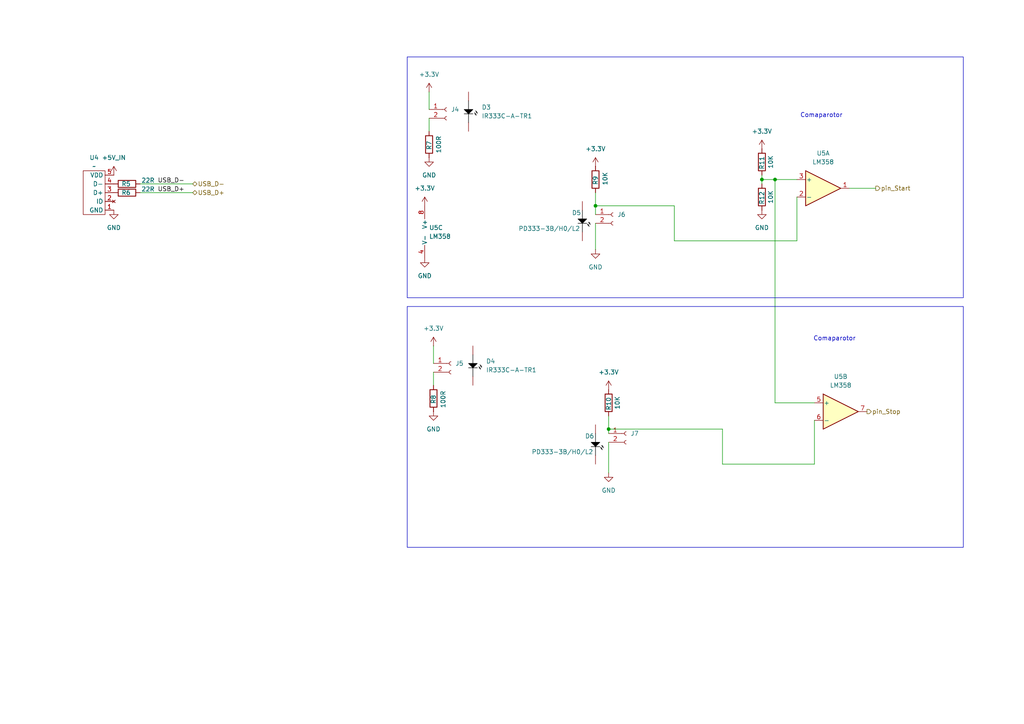
<source format=kicad_sch>
(kicad_sch (version 20250114) (generator "eeschema") (generator_version "9.0")
  (paper "A4")
  (lib_symbols
    (symbol "Connector:Conn_01x02_Socket" (pin_names (offset 1.016) (hide yes))
      (property "Reference" "J" (at 0 2.54 0))
      (property "Value" "Conn_01x02_Socket" (at 0 -5.08 0))
      (symbol "Conn_01x02_Socket_1_1"
        (polyline (pts (xy -1.27 0) (xy -0.508 0)) (stroke (width 0.1524)))
        (polyline (pts (xy -1.27 -2.54) (xy -0.508 -2.54)) (stroke (width 0.1524)))
        (arc (start 0 -0.508) (mid -0.5058 0) (end 0 0.508) (stroke (width 0.1524)))
        (arc (start 0 -3.048) (mid -0.5058 -2.54) (end 0 -2.032) (stroke (width 0.1524)))
        (pin passive line (at -5.08 0 0) (length 3.81) (name "Pin_1") (number "1"))
        (pin passive line (at -5.08 -2.54 0) (length 3.81) (name "Pin_2") (number "2"))
      )
    )
    (symbol "Device:R" (pin_numbers (hide yes)) (pin_names (offset 0))
      (property "Reference" "R" (at 2.032 0 90))
      (property "Value" "R" (at 0 0 90))
      (symbol "R_0_1"
        (rectangle (start -1.016 -2.54) (end 1.016 2.54) (stroke (width 0.254)))
      )
      (symbol "R_1_1"
        (pin passive line (at 0 3.81 270) (length 1.27) (name "~") (number "1"))
        (pin passive line (at 0 -3.81 90) (length 1.27) (name "~") (number "2"))
      )
    )
    (symbol "WS_Custom:LM358" (pin_names (offset 0.127))
      (property "Reference" "U3" (at 0 10.16 0))
      (property "Value" "LM358" (at 0 7.62 0))
      (symbol "LM358_1_1"
        (polyline (pts (xy -5.08 5.08) (xy 5.08 0) (xy -5.08 -5.08) (xy -5.08 5.08)) (stroke (width 0.254)) (fill (type background)))
        (pin input line (at -7.62 2.54 0) (length 2.54) (name "+") (number "3"))
        (pin input line (at -7.62 -2.54 0) (length 2.54) (name "-") (number "2"))
        (pin output line (at 7.62 0 180) (length 2.54) (name "~") (number "1"))
      )
      (symbol "LM358_2_1"
        (polyline (pts (xy -5.08 5.08) (xy 5.08 0) (xy -5.08 -5.08) (xy -5.08 5.08)) (stroke (width 0.254)) (fill (type background)))
        (pin input line (at -7.62 2.54 0) (length 2.54) (name "+") (number "5"))
        (pin input line (at -7.62 -2.54 0) (length 2.54) (name "-") (number "6"))
        (pin output line (at 7.62 0 180) (length 2.54) (name "~") (number "7"))
      )
      (symbol "LM358_3_1"
        (pin power_in line (at -2.54 7.62 270) (length 3.81) (name "V+") (number "8"))
        (pin power_in line (at -2.54 -7.62 90) (length 3.81) (name "V-") (number "4"))
      )
    )
    (symbol "WS_Custom:USB Micro_Pololu_2586"
      (property "Reference" "U" (at 4.064 1.778 0))
      (symbol "USB Micro_Pololu_2586_0_1"
        (rectangle (start 2.54 0) (end 8.89 -12.7))
      )
      (symbol "USB Micro_Pololu_2586_1_1"
        (pin power_in line (at 0 -1.27 0) (length 2.54) (name "GND") (number "1"))
        (pin no_connect line (at 0 -3.81 0) (length 2.54) (name "ID") (number "2"))
        (pin bidirectional line (at 0 -6.35 0) (length 2.54) (name "D+") (number "3"))
        (pin bidirectional line (at 0 -8.89 0) (length 2.54) (name "D-") (number "4"))
        (pin power_in line (at 0 -11.43 0) (length 2.54) (name "VDD") (number "5"))
      )
    )
    (symbol "WS_Everlight:IR333C-A-TR1" (pin_numbers (hide yes)) (pin_names (hide yes))
      (property "Reference" "D" (at 0 0 0))
      (property "Value" "IR333C-A-TR1" (at 0 0 0))
      (symbol "IR333C-A-TR1_0_1"
        (polyline (pts (xy 3.81 -3.81) (xy 2.54 -2.54) (xy 2.54 -5.08) (xy 3.81 -3.81)) (stroke (width 0) (color 0 0 0 1)) (fill (type color) (color 0 0 0 1)))
      )
      (symbol "IR333C-A-TR1_1_1"
        (polyline (pts (xy 2.9169 -1.7688) (xy 3.2481 -1.3775) (xy 3.2782 -1.6484) (xy 3.5792 -1.2571) (xy 3.5892 -1.3875)) (stroke (width 0) (color 0 0 0 1)))
        (polyline (pts (xy 3.4788 -2.0999) (xy 3.81 -1.7086) (xy 3.8401 -1.9795) (xy 4.1411 -1.5882) (xy 4.1511 -1.7186)) (stroke (width 0) (color 0 0 0 1)))
        (polyline (pts (xy 3.5892 -1.2471) (xy 3.4588 -1.2671)) (stroke (width 0) (color 0 0 0 1)))
        (polyline (pts (xy 3.81 -2.54) (xy 3.81 -5.08)) (stroke (width 0) (color 0 0 0 1)))
        (polyline (pts (xy 4.1511 -1.5782) (xy 4.0207 -1.5982)) (stroke (width 0) (color 0 0 0 1)))
        (polyline (pts (xy 6.35 -3.81) (xy 0 -3.81)) (stroke (width 0) (color 0 0 0 1)))
        (pin passive line (at -2.54 -3.81 0) (length 2.54) (name "A") (number "1"))
        (pin passive line (at 8.89 -3.81 180) (length 2.54) (name "K") (number "2"))
      )
    )
    (symbol "WS_Everlight:PD333-3B/H0/L2" (pin_numbers (hide yes)) (pin_names (hide yes))
      (property "Reference" "D" (at 0 0 0))
      (property "Value" "PD333-3B/H0/L2" (at 0 0 0))
      (symbol "PD333-3B/H0/L2_0_1"
        (polyline (pts (xy 3.81 -3.81) (xy 2.54 -2.54) (xy 2.54 -5.08) (xy 3.81 -3.81)) (stroke (width 0) (color 0 0 0 1)) (fill (type color) (color 0 0 0 1)))
      )
      (symbol "PD333-3B/H0/L2_1_1"
        (polyline (pts (xy 3.4883 -1.9859) (xy 3.6187 -1.9659)) (stroke (width 0) (color 0 0 0 1)))
        (polyline (pts (xy 3.81 -2.54) (xy 3.81 -5.08)) (stroke (width 0) (color 0 0 0 1)))
        (polyline (pts (xy 4.0502 -2.317) (xy 4.1806 -2.297)) (stroke (width 0) (color 0 0 0 1)))
        (polyline (pts (xy 4.1606 -1.4642) (xy 3.8294 -1.8555) (xy 3.7993 -1.5846) (xy 3.4983 -1.9759) (xy 3.4883 -1.8455)) (stroke (width 0) (color 0 0 0 1)))
        (polyline (pts (xy 4.7225 -1.7953) (xy 4.3913 -2.1866) (xy 4.3612 -1.9157) (xy 4.0602 -2.307) (xy 4.0502 -2.1766)) (stroke (width 0) (color 0 0 0 1)))
        (polyline (pts (xy 6.35 -3.81) (xy 0 -3.81)) (stroke (width 0) (color 0 0 0 1)))
        (pin passive line (at -2.54 -3.81 0) (length 2.54) (name "A") (number "1"))
        (pin passive line (at 8.89 -3.81 180) (length 2.54) (name "K") (number "2"))
      )
    )
    (symbol "power:+3.3V" (power) (pin_numbers (hide yes)) (pin_names (offset 0) (hide yes))
      (property "Value" "+3.3V" (at 0 3.556 0))
      (symbol "+3.3V_0_1"
        (polyline (pts (xy -0.762 1.27) (xy 0 2.54)))
        (polyline (pts (xy 0 2.54) (xy 0.762 1.27)))
        (polyline (pts (xy 0 0) (xy 0 2.54)))
      )
      (symbol "+3.3V_1_1"
        (pin power_in line (at 0 0 90) (length 0) (name "~") (number "1"))
      )
    )
    (symbol "power:+5V" (power) (pin_numbers (hide yes)) (pin_names (offset 0) (hide yes))
      (property "Value" "+5V" (at 0 3.556 0))
      (symbol "+5V_0_1"
        (polyline (pts (xy -0.762 1.27) (xy 0 2.54)))
        (polyline (pts (xy 0 2.54) (xy 0.762 1.27)))
        (polyline (pts (xy 0 0) (xy 0 2.54)))
      )
      (symbol "+5V_1_1"
        (pin power_in line (at 0 0 90) (length 0) (name "~") (number "1"))
      )
    )
    (symbol "power:GND" (power) (pin_numbers (hide yes)) (pin_names (offset 0) (hide yes))
      (property "Value" "GND" (at 0 -3.81 0))
      (symbol "GND_0_1"
        (polyline (pts (xy 0 0) (xy 0 -1.27) (xy 1.27 -1.27) (xy 0 -2.54) (xy -1.27 -1.27) (xy 0 -1.27)))
      )
      (symbol "GND_1_1"
        (pin power_in line (at 0 0 270) (length 0) (name "~") (number "1"))
      )
    )
  )
  (rectangle (start 118.11 16.51) (end 279.4 86.36))
  (rectangle (start 118.11 88.9) (end 279.4 158.75))
  (text "Comaparotor" (at 242.062 98.298 0) (effects (font (size 1.27 1.27))))
  (text "Comaparotor" (at 238.252 33.528 0) (effects (font (size 1.27 1.27))))
  (junction (at 176.53 124.46))
  (junction (at 224.79 52.07))
  (junction (at 172.72 59.69))
  (junction (at 220.98 52.07))
  (wire (pts (xy 220.98 50.8) (xy 220.98 52.07)))
  (wire (pts (xy 125.73 100.33) (xy 125.73 105.41)))
  (wire (pts (xy 224.79 116.84) (xy 236.22 116.84)))
  (wire (pts (xy 220.98 52.07) (xy 220.98 53.34)))
  (wire (pts (xy 172.72 59.69) (xy 195.58 59.69)))
  (wire (pts (xy 236.22 121.92) (xy 236.22 134.62)))
  (wire (pts (xy 124.46 26.67) (xy 124.46 31.75)))
  (wire (pts (xy 124.46 34.29) (xy 124.46 38.1)))
  (wire (pts (xy 172.72 59.69) (xy 172.72 62.23)))
  (wire (pts (xy 209.55 134.62) (xy 236.22 134.62)))
  (wire (pts (xy 209.55 134.62) (xy 209.55 124.46)))
  (wire (pts (xy 220.98 52.07) (xy 224.79 52.07)))
  (wire (pts (xy 40.64 55.88) (xy 55.88 55.88)))
  (wire (pts (xy 231.14 69.85) (xy 231.14 57.15)))
  (wire (pts (xy 176.53 124.46) (xy 176.53 125.73)))
  (wire (pts (xy 246.38 54.61) (xy 254 54.61)))
  (wire (pts (xy 172.72 55.88) (xy 172.72 59.69)))
  (wire (pts (xy 125.73 107.95) (xy 125.73 111.76)))
  (wire (pts (xy 176.53 128.27) (xy 176.53 137.16)))
  (wire (pts (xy 172.72 64.77) (xy 172.72 72.39)))
  (wire (pts (xy 195.58 69.85) (xy 195.58 59.69)))
  (wire (pts (xy 176.53 124.46) (xy 209.55 124.46)))
  (wire (pts (xy 224.79 52.07) (xy 231.14 52.07)))
  (wire (pts (xy 224.79 116.84) (xy 224.79 52.07)))
  (wire (pts (xy 40.64 53.34) (xy 55.88 53.34)))
  (wire (pts (xy 176.53 120.65) (xy 176.53 124.46)))
  (wire (pts (xy 195.58 69.85) (xy 231.14 69.85)))
  (label "USB_D-" (at 45.72 53.34 0))
  (label "USB_D+" (at 45.72 55.88 0))
  (hierarchical_label "USB_D-" (shape bidirectional) (at 55.88 53.34 0))
  (hierarchical_label "pin_Start" (shape output) (at 254 54.61 0))
  (hierarchical_label "USB_D+" (shape bidirectional) (at 55.88 55.88 0))
  (hierarchical_label "pin_Stop" (shape output) (at 251.46 119.38 0))
  (symbol (lib_id "Device:R") (at 176.53 116.84 180) (unit 1)
    (property "Reference" "R10" (at 176.53 117.094 90))
    (property "Value" "10K" (at 179.07 116.84 90))
    (property "Footprint" "Resistor_SMD:R_0603_1608Metric_Pad0.98x0.95mm_HandSolder" (effects (hide yes)))
    (property "Description" "Resistor" (effects (hide yes)))
  )
  (symbol (lib_id "WS_Custom:USB Micro_Pololu_2586") (at 33.02 62.23 180) (unit 1)
    (property "Reference" "U4" (at 27.305 45.72 0))
    (property "Value" "~" (at 27.305 48.26 0))
    (property "Footprint" "WS_Custom:USB Micro_Pololu_2586" (effects (hide yes)))
  )
  (symbol (lib_id "Connector:Conn_01x02_Socket") (at 181.61 125.73 0) (unit 1)
    (property "Reference" "J7" (at 182.88 125.7299 0) (effects (justify left)))
    (property "Value" "Conn_01x02_Socket" (effects (hide yes)))
    (property "Footprint" "WS_Connectors:SIP-2_2.0" (effects (hide yes)))
    (property "Description" "Generic connector, single row, 01x02, script generated" (effects (hide yes)))
  )
  (symbol (lib_id "power:GND") (at 124.46 45.72 0) (unit 1)
    (property "Reference" "#PWR020" (effects (hide yes)))
    (property "Value" "GND" (at 124.46 50.8 0))
    (property "Description" "Power symbol creates a global label with name \"GND\" , ground" (effects (hide yes)))
  )
  (symbol (lib_id "Device:R") (at 220.98 46.99 180) (unit 1)
    (property "Reference" "R11" (at 220.98 47.244 90))
    (property "Value" "10K" (at 223.52 46.99 90))
    (property "Footprint" "Resistor_SMD:R_0603_1608Metric_Pad0.98x0.95mm_HandSolder" (effects (hide yes)))
    (property "Description" "Resistor" (effects (hide yes)))
  )
  (symbol (lib_id "Connector:Conn_01x02_Socket") (at 129.54 31.75 0) (unit 1)
    (property "Reference" "J4" (at 130.81 31.7499 0) (effects (justify left)))
    (property "Value" "Conn_01x02_Socket" (effects (hide yes)))
    (property "Footprint" "WS_Connectors:SIP-2_2.0" (effects (hide yes)))
    (property "Description" "Generic connector, single row, 01x02, script generated" (effects (hide yes)))
  )
  (symbol (lib_id "power:GND") (at 220.98 60.96 0) (unit 1)
    (property "Reference" "#PWR028" (effects (hide yes)))
    (property "Value" "GND" (at 220.98 66.04 0))
    (property "Description" "Power symbol creates a global label with name \"GND\" , ground" (effects (hide yes)))
  )
  (symbol (lib_id "Device:R") (at 220.98 57.15 180) (unit 1)
    (property "Reference" "R12" (at 220.98 57.404 90))
    (property "Value" "10K" (at 223.52 57.15 90))
    (property "Footprint" "Resistor_SMD:R_0603_1608Metric_Pad0.98x0.95mm_HandSolder" (effects (hide yes)))
    (property "Description" "Resistor" (effects (hide yes)))
  )
  (symbol (lib_id "power:GND") (at 33.02 60.96 0) (unit 1)
    (property "Reference" "#PWR016" (effects (hide yes)))
    (property "Value" "GND" (at 33.02 66.04 0))
    (property "Description" "Power symbol creates a global label with name \"GND\" , ground" (effects (hide yes)))
  )
  (symbol (lib_id "power:+3.3V") (at 172.72 48.26 0) (unit 1)
    (property "Reference" "#PWR023" (effects (hide yes)))
    (property "Value" "+3.3V" (at 172.72 43.18 0))
    (property "Description" "Power symbol creates a global label with name \"+3.3V\"" (effects (hide yes)))
  )
  (symbol (lib_id "power:GND") (at 125.73 119.38 0) (unit 1)
    (property "Reference" "#PWR022" (effects (hide yes)))
    (property "Value" "GND" (at 125.73 124.46 0))
    (property "Description" "Power symbol creates a global label with name \"GND\" , ground" (effects (hide yes)))
  )
  (symbol (lib_id "WS_Everlight:PD333-3B/H0/L2") (at 176.53 125.73 270) (unit 1) (on_board no)
    (property "Reference" "D6" (at 169.672 126.492 90) (effects (justify left)))
    (property "Value" "PD333-3B/H0/L2" (at 154.178 131.064 90) (effects (justify left)))
  )
  (symbol (lib_id "WS_Custom:LM358") (at 238.76 54.61 0) (unit 1)
    (property "Reference" "U5" (at 238.76 44.45 0))
    (property "Value" "LM358" (at 238.76 46.99 0))
    (property "Footprint" "Package_DIP:DIP-8_W7.62mm_LongPads" (effects (hide yes)))
    (property "Datasheet" "www.st.com/resource/en/datasheet/lm358.pdf" (effects (hide yes)))
    (property "Description" "Low-Power, Dual Operational Amplifiers, DFN-8" (effects (hide yes)))
  )
  (symbol (lib_id "WS_Everlight:PD333-3B/H0/L2") (at 172.72 60.96 270) (unit 1) (on_board no)
    (property "Reference" "D5" (at 165.862 61.722 90) (effects (justify left)))
    (property "Value" "PD333-3B/H0/L2" (at 150.368 66.294 90) (effects (justify left)))
  )
  (symbol (lib_id "power:+3.3V") (at 125.73 100.33 0) (unit 1)
    (property "Reference" "#PWR021" (effects (hide yes)))
    (property "Value" "+3.3V" (at 125.73 95.25 0))
    (property "Description" "Power symbol creates a global label with name \"+3.3V\"" (effects (hide yes)))
  )
  (symbol (lib_id "power:+3.3V") (at 176.53 113.03 0) (unit 1)
    (property "Reference" "#PWR025" (effects (hide yes)))
    (property "Value" "+3.3V" (at 176.53 107.95 0))
    (property "Description" "Power symbol creates a global label with name \"+3.3V\"" (effects (hide yes)))
  )
  (symbol (lib_id "Connector:Conn_01x02_Socket") (at 177.8 62.23 0) (unit 1)
    (property "Reference" "J6" (at 179.07 62.2299 0) (effects (justify left)))
    (property "Value" "Conn_01x02_Socket" (effects (hide yes)))
    (property "Footprint" "WS_Connectors:SIP-2_2.0" (effects (hide yes)))
    (property "Description" "Generic connector, single row, 01x02, script generated" (effects (hide yes)))
  )
  (symbol (lib_id "power:GND") (at 123.19 74.93 0) (unit 1)
    (property "Reference" "#PWR018" (effects (hide yes)))
    (property "Value" "GND" (at 123.19 80.01 0))
    (property "Description" "Power symbol creates a global label with name \"GND\" , ground" (effects (hide yes)))
  )
  (symbol (lib_id "Connector:Conn_01x02_Socket") (at 130.81 105.41 0) (unit 1)
    (property "Reference" "J5" (at 132.08 105.4099 0) (effects (justify left)))
    (property "Value" "Conn_01x02_Socket" (effects (hide yes)))
    (property "Footprint" "WS_Connectors:SIP-2_2.0" (effects (hide yes)))
    (property "Description" "Generic connector, single row, 01x02, script generated" (effects (hide yes)))
  )
  (symbol (lib_id "Device:R") (at 36.83 53.34 90) (unit 1)
    (property "Reference" "R5" (at 36.576 53.34 90))
    (property "Value" "22R" (at 42.926 52.324 90))
    (property "Footprint" "Resistor_SMD:R_0603_1608Metric_Pad0.98x0.95mm_HandSolder" (effects (hide yes)))
    (property "Description" "Resistor" (effects (hide yes)))
  )
  (symbol (lib_id "Device:R") (at 124.46 41.91 180) (unit 1)
    (property "Reference" "R7" (at 124.46 42.164 90))
    (property "Value" "100R" (at 127.254 41.91 90))
    (property "Footprint" "Resistor_SMD:R_0603_1608Metric_Pad0.98x0.95mm_HandSolder" (effects (hide yes)))
    (property "Description" "Resistor" (effects (hide yes)))
  )
  (symbol (lib_id "Device:R") (at 125.73 115.57 180) (unit 1)
    (property "Reference" "R8" (at 125.73 115.824 90))
    (property "Value" "100R" (at 128.524 115.824 90))
    (property "Footprint" "Resistor_SMD:R_0603_1608Metric_Pad0.98x0.95mm_HandSolder" (effects (hide yes)))
    (property "Description" "Resistor" (effects (hide yes)))
  )
  (symbol (lib_id "power:+3.3V") (at 124.46 26.67 0) (unit 1)
    (property "Reference" "#PWR019" (effects (hide yes)))
    (property "Value" "+3.3V" (at 124.46 21.59 0))
    (property "Description" "Power symbol creates a global label with name \"+3.3V\"" (effects (hide yes)))
  )
  (symbol (lib_id "power:+3.3V") (at 123.19 59.69 0) (unit 1)
    (property "Reference" "#PWR017" (effects (hide yes)))
    (property "Value" "+3.3V" (at 123.19 54.61 0))
    (property "Description" "Power symbol creates a global label with name \"+3.3V\"" (effects (hide yes)))
  )
  (symbol (lib_id "power:+3.3V") (at 220.98 43.18 0) (unit 1)
    (property "Reference" "#PWR027" (effects (hide yes)))
    (property "Value" "+3.3V" (at 220.98 38.1 0))
    (property "Description" "Power symbol creates a global label with name \"+3.3V\"" (effects (hide yes)))
  )
  (symbol (lib_id "Device:R") (at 172.72 52.07 180) (unit 1)
    (property "Reference" "R9" (at 172.72 52.324 90))
    (property "Value" "10K" (at 175.514 51.816 90))
    (property "Footprint" "Resistor_SMD:R_0603_1608Metric_Pad0.98x0.95mm_HandSolder" (effects (hide yes)))
    (property "Description" "Resistor" (effects (hide yes)))
  )
  (symbol (lib_id "WS_Custom:LM358") (at 243.84 119.38 0) (unit 2)
    (property "Reference" "U5" (at 243.84 109.22 0))
    (property "Value" "LM358" (at 243.84 111.76 0))
    (property "Footprint" "Package_DIP:DIP-8_W7.62mm_LongPads" (effects (hide yes)))
    (property "Datasheet" "www.st.com/resource/en/datasheet/lm358.pdf" (effects (hide yes)))
    (property "Description" "Low-Power, Dual Operational Amplifiers, DFN-8" (effects (hide yes)))
  )
  (symbol (lib_id "power:GND") (at 176.53 137.16 0) (unit 1)
    (property "Reference" "#PWR026" (effects (hide yes)))
    (property "Value" "GND" (at 176.53 142.24 0))
    (property "Description" "Power symbol creates a global label with name \"GND\" , ground" (effects (hide yes)))
  )
  (symbol (lib_id "power:GND") (at 172.72 72.39 0) (unit 1)
    (property "Reference" "#PWR024" (effects (hide yes)))
    (property "Value" "GND" (at 172.72 77.47 0))
    (property "Description" "Power symbol creates a global label with name \"GND\" , ground" (effects (hide yes)))
  )
  (symbol (lib_id "WS_Custom:LM358") (at 125.73 67.31 0) (unit 3)
    (property "Reference" "U5" (at 124.46 66.0399 0) (effects (justify left)))
    (property "Value" "LM358" (at 124.46 68.5799 0) (effects (justify left)))
    (property "Footprint" "Package_DIP:DIP-8_W7.62mm_LongPads" (effects (hide yes)))
    (property "Datasheet" "www.st.com/resource/en/datasheet/lm358.pdf" (effects (hide yes)))
    (property "Description" "Low-Power, Dual Operational Amplifiers, DFN-8" (effects (hide yes)))
  )
  (symbol (lib_id "WS_Everlight:IR333C-A-TR1") (at 140.97 102.87 270) (unit 1) (on_board no)
    (property "Reference" "D4" (at 140.97 104.7749 90) (effects (justify left)))
    (property "Value" "IR333C-A-TR1" (at 140.97 107.3149 90) (effects (justify left)))
  )
  (symbol (lib_id "power:+5V") (at 33.02 50.8 0) (unit 1)
    (property "Reference" "#PWR015" (effects (hide yes)))
    (property "Value" "+5V_IN" (at 33.02 45.72 0))
    (property "Description" "Power symbol creates a global label with name \"+5V\"" (effects (hide yes)))
  )
  (symbol (lib_id "WS_Everlight:IR333C-A-TR1") (at 139.7 29.21 270) (unit 1) (on_board no)
    (property "Reference" "D3" (at 139.7 31.1149 90) (effects (justify left)))
    (property "Value" "IR333C-A-TR1" (at 139.7 33.6549 90) (effects (justify left)))
  )
  (symbol (lib_id "Device:R") (at 36.83 55.88 90) (unit 1)
    (property "Reference" "R6" (at 36.576 55.88 90))
    (property "Value" "22R" (at 42.926 54.864 90))
    (property "Footprint" "Resistor_SMD:R_0603_1608Metric_Pad0.98x0.95mm_HandSolder" (effects (hide yes)))
    (property "Description" "Resistor" (effects (hide yes)))
  )
)
</source>
